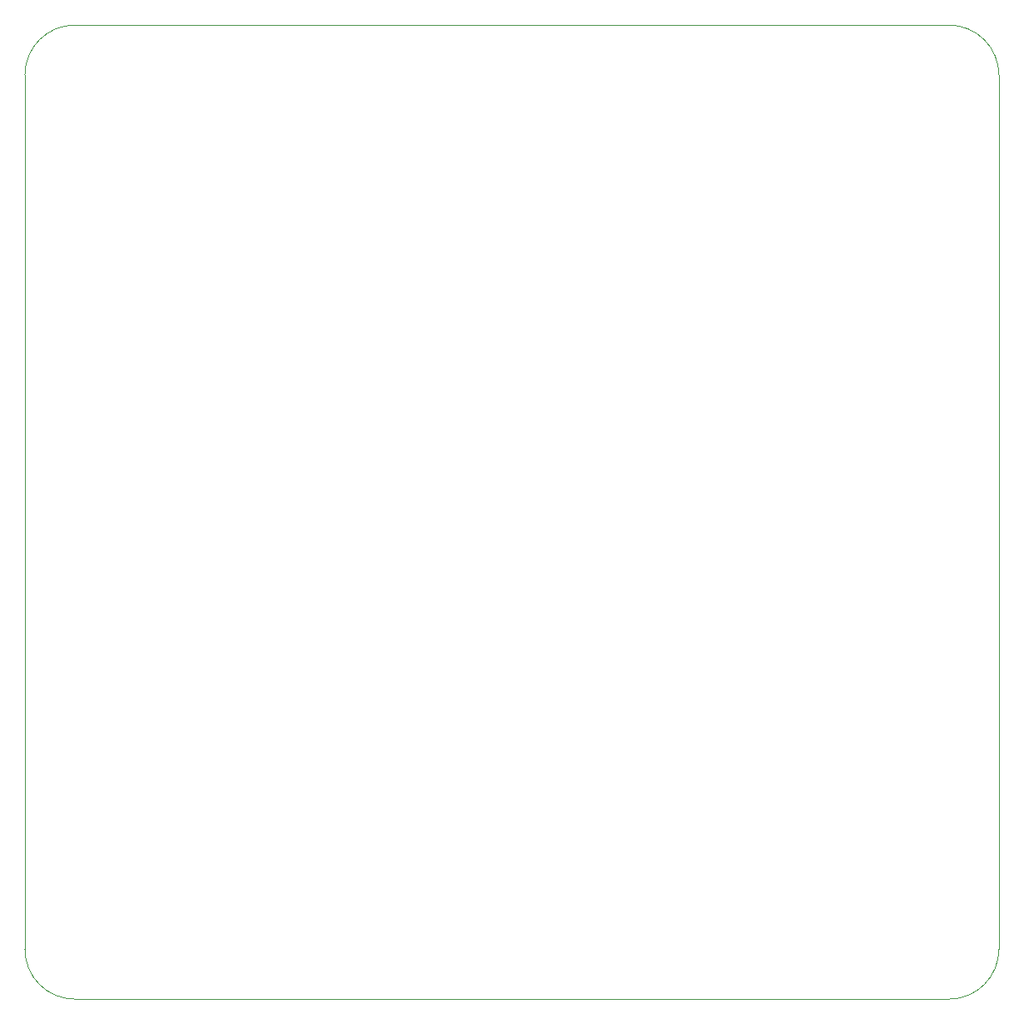
<source format=gbr>
G04 #@! TF.GenerationSoftware,KiCad,Pcbnew,(5.1.9)-1*
G04 #@! TF.CreationDate,2021-02-07T14:36:27+03:00*
G04 #@! TF.ProjectId,017_VIP_Elsiel,3031375f-5649-4505-9f45-6c7369656c2e,rev?*
G04 #@! TF.SameCoordinates,Original*
G04 #@! TF.FileFunction,Profile,NP*
%FSLAX46Y46*%
G04 Gerber Fmt 4.6, Leading zero omitted, Abs format (unit mm)*
G04 Created by KiCad (PCBNEW (5.1.9)-1) date 2021-02-07 14:36:27*
%MOMM*%
%LPD*%
G01*
G04 APERTURE LIST*
G04 #@! TA.AperFunction,Profile*
%ADD10C,0.100000*%
G04 #@! TD*
G04 APERTURE END LIST*
D10*
X177800000Y-53340000D02*
G75*
G02*
X182880000Y-58420000I0J-5080000D01*
G01*
X83820000Y-58420000D02*
G75*
G02*
X88900000Y-53340000I5080000J0D01*
G01*
X88900000Y-152400000D02*
G75*
G02*
X83820000Y-147320000I0J5080000D01*
G01*
X182880000Y-147320000D02*
G75*
G02*
X177800000Y-152400000I-5080000J0D01*
G01*
X88900000Y-152400000D02*
X177800000Y-152400000D01*
X182880000Y-58420000D02*
X182880000Y-147320000D01*
X88900000Y-53340000D02*
X177800000Y-53340000D01*
X83820000Y-58420000D02*
X83820000Y-147320000D01*
M02*

</source>
